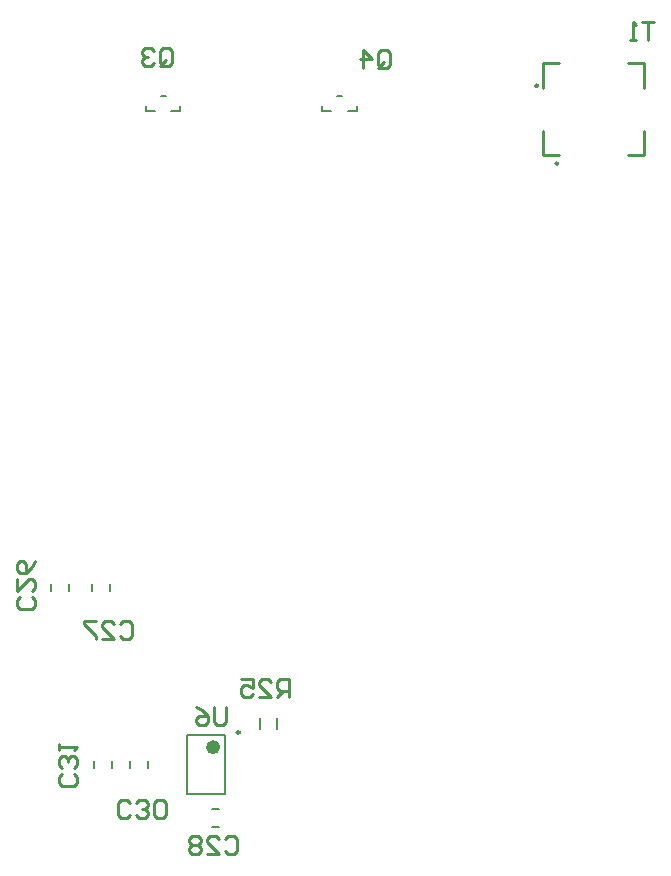
<source format=gbr>
G04*
G04 #@! TF.GenerationSoftware,Altium Limited,Altium Designer,23.6.0 (18)*
G04*
G04 Layer_Color=32896*
%FSLAX44Y44*%
%MOMM*%
G71*
G04*
G04 #@! TF.SameCoordinates,1F3C283D-9475-48EB-A570-AF6A427DC10D*
G04*
G04*
G04 #@! TF.FilePolarity,Positive*
G04*
G01*
G75*
%ADD10C,0.2500*%
%ADD11C,0.2000*%
%ADD12C,0.2540*%
%ADD54C,0.6000*%
D10*
X1095500Y927550D02*
G03*
X1095500Y927550I-1250J0D01*
G01*
D11*
X1177734Y1466500D02*
X1182266D01*
X1194500Y1453500D02*
Y1457724D01*
X1165500Y1453500D02*
X1173116D01*
X1186884D02*
X1194500D01*
X1165500D02*
Y1457724D01*
X1112500Y930000D02*
Y940000D01*
X1127500Y930000D02*
Y940000D01*
X1051000Y875000D02*
X1083000D01*
X1051000Y925000D02*
X1083000D01*
X1051000Y875000D02*
Y925000D01*
X1083000Y875000D02*
Y925000D01*
X1017750Y897000D02*
Y903000D01*
X1002250Y897000D02*
Y903000D01*
X987750Y897000D02*
Y903000D01*
X972250Y897000D02*
Y903000D01*
X970250Y1047000D02*
Y1053000D01*
X985750Y1047000D02*
Y1053000D01*
X935438Y1047000D02*
Y1053000D01*
X950938Y1047000D02*
Y1053000D01*
X1016350Y1453733D02*
Y1457956D01*
X1037734Y1453733D02*
X1045350D01*
X1016350D02*
X1023966D01*
X1045350D02*
Y1457956D01*
X1028584Y1466733D02*
X1033116D01*
X1072000Y847250D02*
X1078000D01*
X1072000Y862750D02*
X1078000D01*
D12*
X1365000Y1409000D02*
G03*
X1365000Y1409000I-1000J0D01*
G01*
X1348000Y1475000D02*
G03*
X1348000Y1475000I-1000J0D01*
G01*
X1424000Y1416000D02*
X1438000D01*
Y1437000D01*
X1424000Y1494000D02*
X1438000D01*
Y1473000D02*
Y1494000D01*
X1352000Y1416000D02*
X1366000D01*
X1352000D02*
Y1437000D01*
Y1494000D02*
X1366000D01*
X1352000Y1473000D02*
Y1494000D01*
X1083696Y948617D02*
Y935922D01*
X1081157Y933382D01*
X1076078D01*
X1073539Y935922D01*
Y948617D01*
X1058304D02*
X1063382Y946078D01*
X1068461Y941000D01*
Y935922D01*
X1065922Y933382D01*
X1060843D01*
X1058304Y935922D01*
Y938461D01*
X1060843Y941000D01*
X1068461D01*
X1446276Y1529075D02*
X1436119D01*
X1441198D01*
Y1513840D01*
X1431041D02*
X1425963D01*
X1428502D01*
Y1529075D01*
X1431041Y1526536D01*
X1137313Y957383D02*
Y972617D01*
X1129696D01*
X1127157Y970078D01*
Y965000D01*
X1129696Y962461D01*
X1137313D01*
X1132235D02*
X1127157Y957383D01*
X1111922D02*
X1122078D01*
X1111922Y967539D01*
Y970078D01*
X1114461Y972617D01*
X1119539D01*
X1122078Y970078D01*
X1096687Y972617D02*
X1106843D01*
Y965000D01*
X1101765Y967539D01*
X1099226D01*
X1096687Y965000D01*
Y959922D01*
X1099226Y957383D01*
X1104304D01*
X1106843Y959922D01*
X1212539Y1492422D02*
Y1502578D01*
X1215078Y1505117D01*
X1220157D01*
X1222696Y1502578D01*
Y1492422D01*
X1220157Y1489883D01*
X1215078D01*
X1217617Y1494961D02*
X1212539Y1489883D01*
X1215078D02*
X1212539Y1492422D01*
X1199843Y1489883D02*
Y1505117D01*
X1207461Y1497500D01*
X1197304D01*
X1028195Y1494535D02*
Y1504692D01*
X1030734Y1507231D01*
X1035813D01*
X1038352Y1504692D01*
Y1494535D01*
X1035813Y1491996D01*
X1030734D01*
X1033274Y1497074D02*
X1028195Y1491996D01*
X1030734D02*
X1028195Y1494535D01*
X1023117Y1504692D02*
X1020578Y1507231D01*
X1015499D01*
X1012960Y1504692D01*
Y1502153D01*
X1015499Y1499613D01*
X1018039D01*
X1015499D01*
X1012960Y1497074D01*
Y1494535D01*
X1015499Y1491996D01*
X1020578D01*
X1023117Y1494535D01*
X955078Y892383D02*
X957617Y889843D01*
Y884765D01*
X955078Y882226D01*
X944922D01*
X942383Y884765D01*
Y889843D01*
X944922Y892383D01*
X955078Y897461D02*
X957617Y900000D01*
Y905078D01*
X955078Y907618D01*
X952539D01*
X950000Y905078D01*
Y902539D01*
Y905078D01*
X947461Y907618D01*
X944922D01*
X942383Y905078D01*
Y900000D01*
X944922Y897461D01*
X942383Y912696D02*
Y917774D01*
Y915235D01*
X957617D01*
X955078Y912696D01*
X1002343Y857422D02*
X999804Y854883D01*
X994726D01*
X992187Y857422D01*
Y867578D01*
X994726Y870117D01*
X999804D01*
X1002343Y867578D01*
X1007422Y857422D02*
X1009961Y854883D01*
X1015039D01*
X1017578Y857422D01*
Y859961D01*
X1015039Y862500D01*
X1012500D01*
X1015039D01*
X1017578Y865039D01*
Y867578D01*
X1015039Y870117D01*
X1009961D01*
X1007422Y867578D01*
X1022657Y857422D02*
X1025196Y854883D01*
X1030274D01*
X1032813Y857422D01*
Y867578D01*
X1030274Y870117D01*
X1025196D01*
X1022657Y867578D01*
Y857422D01*
X1082657Y837578D02*
X1085196Y840117D01*
X1090274D01*
X1092813Y837578D01*
Y827422D01*
X1090274Y824883D01*
X1085196D01*
X1082657Y827422D01*
X1067422Y824883D02*
X1077578D01*
X1067422Y835039D01*
Y837578D01*
X1069961Y840117D01*
X1075039D01*
X1077578Y837578D01*
X1062343D02*
X1059804Y840117D01*
X1054726D01*
X1052187Y837578D01*
Y835039D01*
X1054726Y832500D01*
X1052187Y829961D01*
Y827422D01*
X1054726Y824883D01*
X1059804D01*
X1062343Y827422D01*
Y829961D01*
X1059804Y832500D01*
X1062343Y835039D01*
Y837578D01*
X1059804Y832500D02*
X1054726D01*
X994157Y1019078D02*
X996696Y1021618D01*
X1001774D01*
X1004313Y1019078D01*
Y1008922D01*
X1001774Y1006383D01*
X996696D01*
X994157Y1008922D01*
X978922Y1006383D02*
X989078D01*
X978922Y1016539D01*
Y1019078D01*
X981461Y1021618D01*
X986539D01*
X989078Y1019078D01*
X973843Y1021618D02*
X963687D01*
Y1019078D01*
X973843Y1008922D01*
Y1006383D01*
X920078Y1042343D02*
X922617Y1039804D01*
Y1034726D01*
X920078Y1032187D01*
X909922D01*
X907383Y1034726D01*
Y1039804D01*
X909922Y1042343D01*
X907383Y1057578D02*
Y1047422D01*
X917539Y1057578D01*
X920078D01*
X922617Y1055039D01*
Y1049961D01*
X920078Y1047422D01*
X922617Y1072813D02*
X920078Y1067735D01*
X915000Y1062657D01*
X909922D01*
X907383Y1065196D01*
Y1070274D01*
X909922Y1072813D01*
X912461D01*
X915000Y1070274D01*
Y1062657D01*
D54*
X1076000Y915000D02*
G03*
X1076000Y915000I-3000J0D01*
G01*
M02*

</source>
